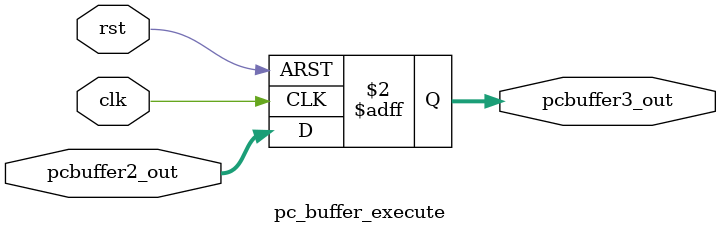
<source format=sv>
module pc_buffer_execute
(
    input  logic        clk,
    input  logic        rst,
    input  logic [31:0] pcbuffer2_out,       // Input from Decode stage
    output logic [31:0] pcbuffer3_out       // Output to Memory stage
);
    always_ff @(posedge clk or posedge rst)
    begin
        if (rst)
            pcbuffer3_out <= 32'b0;         // Reset value
        else
            pcbuffer3_out <= pcbuffer2_out;         // Pass PC to Memory stage
    end
endmodule
</source>
